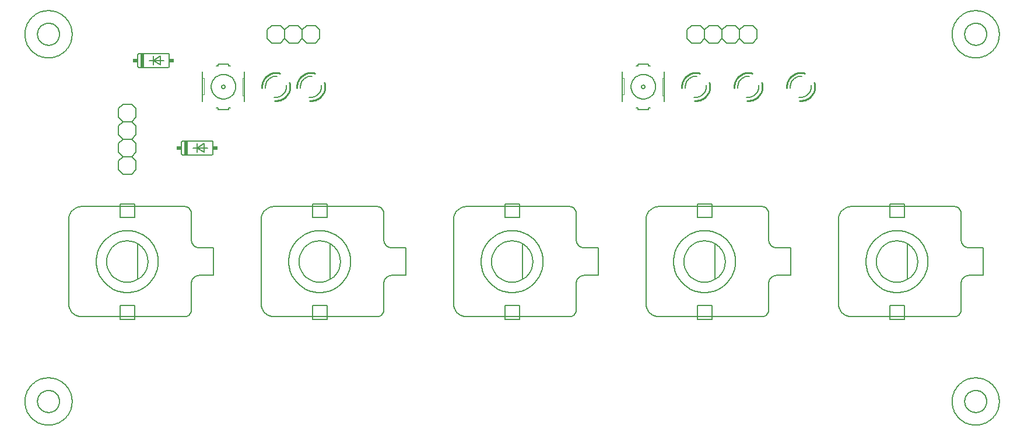
<source format=gto>
G75*
G70*
%OFA0B0*%
%FSLAX24Y24*%
%IPPOS*%
%LPD*%
%AMOC8*
5,1,8,0,0,1.08239X$1,22.5*
%
%ADD10C,0.0060*%
%ADD11C,0.0020*%
%ADD12C,0.0100*%
%ADD13R,0.0200X0.0800*%
%ADD14R,0.0250X0.0200*%
%ADD15C,0.0080*%
%ADD16C,0.0050*%
D10*
X001507Y002857D02*
X001509Y002930D01*
X001515Y003003D01*
X001525Y003075D01*
X001539Y003147D01*
X001556Y003218D01*
X001578Y003288D01*
X001603Y003357D01*
X001632Y003424D01*
X001664Y003489D01*
X001700Y003553D01*
X001740Y003615D01*
X001782Y003674D01*
X001828Y003731D01*
X001877Y003785D01*
X001929Y003837D01*
X001983Y003886D01*
X002040Y003932D01*
X002099Y003974D01*
X002161Y004014D01*
X002225Y004050D01*
X002290Y004082D01*
X002357Y004111D01*
X002426Y004136D01*
X002496Y004158D01*
X002567Y004175D01*
X002639Y004189D01*
X002711Y004199D01*
X002784Y004205D01*
X002857Y004207D01*
X002930Y004205D01*
X003003Y004199D01*
X003075Y004189D01*
X003147Y004175D01*
X003218Y004158D01*
X003288Y004136D01*
X003357Y004111D01*
X003424Y004082D01*
X003489Y004050D01*
X003553Y004014D01*
X003615Y003974D01*
X003674Y003932D01*
X003731Y003886D01*
X003785Y003837D01*
X003837Y003785D01*
X003886Y003731D01*
X003932Y003674D01*
X003974Y003615D01*
X004014Y003553D01*
X004050Y003489D01*
X004082Y003424D01*
X004111Y003357D01*
X004136Y003288D01*
X004158Y003218D01*
X004175Y003147D01*
X004189Y003075D01*
X004199Y003003D01*
X004205Y002930D01*
X004207Y002857D01*
X004205Y002784D01*
X004199Y002711D01*
X004189Y002639D01*
X004175Y002567D01*
X004158Y002496D01*
X004136Y002426D01*
X004111Y002357D01*
X004082Y002290D01*
X004050Y002225D01*
X004014Y002161D01*
X003974Y002099D01*
X003932Y002040D01*
X003886Y001983D01*
X003837Y001929D01*
X003785Y001877D01*
X003731Y001828D01*
X003674Y001782D01*
X003615Y001740D01*
X003553Y001700D01*
X003489Y001664D01*
X003424Y001632D01*
X003357Y001603D01*
X003288Y001578D01*
X003218Y001556D01*
X003147Y001539D01*
X003075Y001525D01*
X003003Y001515D01*
X002930Y001509D01*
X002857Y001507D01*
X002784Y001509D01*
X002711Y001515D01*
X002639Y001525D01*
X002567Y001539D01*
X002496Y001556D01*
X002426Y001578D01*
X002357Y001603D01*
X002290Y001632D01*
X002225Y001664D01*
X002161Y001700D01*
X002099Y001740D01*
X002040Y001782D01*
X001983Y001828D01*
X001929Y001877D01*
X001877Y001929D01*
X001828Y001983D01*
X001782Y002040D01*
X001740Y002099D01*
X001700Y002161D01*
X001664Y002225D01*
X001632Y002290D01*
X001603Y002357D01*
X001578Y002426D01*
X001556Y002496D01*
X001539Y002567D01*
X001525Y002639D01*
X001515Y002711D01*
X001509Y002784D01*
X001507Y002857D01*
X007107Y015857D02*
X006857Y016107D01*
X006857Y016607D01*
X007107Y016857D01*
X006857Y017107D01*
X006857Y017607D01*
X007107Y017857D01*
X006857Y018107D01*
X006857Y018607D01*
X007107Y018857D01*
X006857Y019107D01*
X006857Y019607D01*
X007107Y019857D01*
X007607Y019857D01*
X007857Y019607D01*
X007857Y019107D01*
X007607Y018857D01*
X007857Y018607D01*
X007857Y018107D01*
X007607Y017857D01*
X007107Y017857D01*
X007607Y017857D02*
X007857Y017607D01*
X007857Y017107D01*
X007607Y016857D01*
X007857Y016607D01*
X007857Y016107D01*
X007607Y015857D01*
X007107Y015857D01*
X007107Y016857D02*
X007607Y016857D01*
X010457Y017057D02*
X010457Y017657D01*
X010459Y017674D01*
X010463Y017691D01*
X010470Y017707D01*
X010480Y017721D01*
X010493Y017734D01*
X010507Y017744D01*
X010523Y017751D01*
X010540Y017755D01*
X010557Y017757D01*
X012157Y017757D01*
X012174Y017755D01*
X012191Y017751D01*
X012207Y017744D01*
X012221Y017734D01*
X012234Y017721D01*
X012244Y017707D01*
X012251Y017691D01*
X012255Y017674D01*
X012257Y017657D01*
X012257Y017057D01*
X012255Y017040D01*
X012251Y017023D01*
X012244Y017007D01*
X012234Y016993D01*
X012221Y016980D01*
X012207Y016970D01*
X012191Y016963D01*
X012174Y016959D01*
X012157Y016957D01*
X010557Y016957D01*
X010540Y016959D01*
X010523Y016963D01*
X010507Y016970D01*
X010493Y016980D01*
X010480Y016993D01*
X010470Y017007D01*
X010463Y017023D01*
X010459Y017040D01*
X010457Y017057D01*
X011107Y017357D02*
X011357Y017357D01*
X011357Y017107D01*
X011357Y017357D02*
X011357Y017607D01*
X011357Y017357D02*
X011757Y017607D01*
X011757Y017107D01*
X011357Y017357D01*
X011957Y017357D01*
X007607Y018857D02*
X007107Y018857D01*
X011657Y020007D02*
X011657Y020407D01*
X011657Y021357D01*
X011657Y021707D01*
X012457Y022057D02*
X012557Y022057D01*
X012557Y022157D01*
X013157Y022157D01*
X013157Y022057D01*
X013257Y022057D01*
X014057Y021707D02*
X014057Y021357D01*
X014057Y020357D01*
X014057Y020007D01*
X013257Y019657D02*
X013157Y019657D01*
X013157Y019557D01*
X012557Y019557D01*
X012557Y019657D01*
X012457Y019657D01*
X012757Y020857D02*
X012759Y020877D01*
X012765Y020895D01*
X012774Y020913D01*
X012786Y020928D01*
X012801Y020940D01*
X012819Y020949D01*
X012837Y020955D01*
X012857Y020957D01*
X012877Y020955D01*
X012895Y020949D01*
X012913Y020940D01*
X012928Y020928D01*
X012940Y020913D01*
X012949Y020895D01*
X012955Y020877D01*
X012957Y020857D01*
X012955Y020837D01*
X012949Y020819D01*
X012940Y020801D01*
X012928Y020786D01*
X012913Y020774D01*
X012895Y020765D01*
X012877Y020759D01*
X012857Y020757D01*
X012837Y020759D01*
X012819Y020765D01*
X012801Y020774D01*
X012786Y020786D01*
X012774Y020801D01*
X012765Y020819D01*
X012759Y020837D01*
X012757Y020857D01*
X012157Y020857D02*
X012159Y020909D01*
X012165Y020961D01*
X012175Y021013D01*
X012188Y021063D01*
X012205Y021113D01*
X012226Y021161D01*
X012251Y021207D01*
X012279Y021251D01*
X012310Y021293D01*
X012344Y021333D01*
X012381Y021370D01*
X012421Y021404D01*
X012463Y021435D01*
X012507Y021463D01*
X012553Y021488D01*
X012601Y021509D01*
X012651Y021526D01*
X012701Y021539D01*
X012753Y021549D01*
X012805Y021555D01*
X012857Y021557D01*
X012909Y021555D01*
X012961Y021549D01*
X013013Y021539D01*
X013063Y021526D01*
X013113Y021509D01*
X013161Y021488D01*
X013207Y021463D01*
X013251Y021435D01*
X013293Y021404D01*
X013333Y021370D01*
X013370Y021333D01*
X013404Y021293D01*
X013435Y021251D01*
X013463Y021207D01*
X013488Y021161D01*
X013509Y021113D01*
X013526Y021063D01*
X013539Y021013D01*
X013549Y020961D01*
X013555Y020909D01*
X013557Y020857D01*
X013555Y020805D01*
X013549Y020753D01*
X013539Y020701D01*
X013526Y020651D01*
X013509Y020601D01*
X013488Y020553D01*
X013463Y020507D01*
X013435Y020463D01*
X013404Y020421D01*
X013370Y020381D01*
X013333Y020344D01*
X013293Y020310D01*
X013251Y020279D01*
X013207Y020251D01*
X013161Y020226D01*
X013113Y020205D01*
X013063Y020188D01*
X013013Y020175D01*
X012961Y020165D01*
X012909Y020159D01*
X012857Y020157D01*
X012805Y020159D01*
X012753Y020165D01*
X012701Y020175D01*
X012651Y020188D01*
X012601Y020205D01*
X012553Y020226D01*
X012507Y020251D01*
X012463Y020279D01*
X012421Y020310D01*
X012381Y020344D01*
X012344Y020381D01*
X012310Y020421D01*
X012279Y020463D01*
X012251Y020507D01*
X012226Y020553D01*
X012205Y020601D01*
X012188Y020651D01*
X012175Y020701D01*
X012165Y020753D01*
X012159Y020805D01*
X012157Y020857D01*
X009757Y022057D02*
X009757Y022657D01*
X009755Y022674D01*
X009751Y022691D01*
X009744Y022707D01*
X009734Y022721D01*
X009721Y022734D01*
X009707Y022744D01*
X009691Y022751D01*
X009674Y022755D01*
X009657Y022757D01*
X008057Y022757D01*
X008040Y022755D01*
X008023Y022751D01*
X008007Y022744D01*
X007993Y022734D01*
X007980Y022721D01*
X007970Y022707D01*
X007963Y022691D01*
X007959Y022674D01*
X007957Y022657D01*
X007957Y022057D01*
X007959Y022040D01*
X007963Y022023D01*
X007970Y022007D01*
X007980Y021993D01*
X007993Y021980D01*
X008007Y021970D01*
X008023Y021963D01*
X008040Y021959D01*
X008057Y021957D01*
X009657Y021957D01*
X009674Y021959D01*
X009691Y021963D01*
X009707Y021970D01*
X009721Y021980D01*
X009734Y021993D01*
X009744Y022007D01*
X009751Y022023D01*
X009755Y022040D01*
X009757Y022057D01*
X009257Y022107D02*
X008857Y022357D01*
X008857Y022107D01*
X008857Y022357D02*
X008607Y022357D01*
X008857Y022357D02*
X008857Y022607D01*
X008857Y022357D02*
X009257Y022607D01*
X009257Y022107D01*
X009457Y022357D02*
X008857Y022357D01*
X001507Y023857D02*
X001509Y023930D01*
X001515Y024003D01*
X001525Y024075D01*
X001539Y024147D01*
X001556Y024218D01*
X001578Y024288D01*
X001603Y024357D01*
X001632Y024424D01*
X001664Y024489D01*
X001700Y024553D01*
X001740Y024615D01*
X001782Y024674D01*
X001828Y024731D01*
X001877Y024785D01*
X001929Y024837D01*
X001983Y024886D01*
X002040Y024932D01*
X002099Y024974D01*
X002161Y025014D01*
X002225Y025050D01*
X002290Y025082D01*
X002357Y025111D01*
X002426Y025136D01*
X002496Y025158D01*
X002567Y025175D01*
X002639Y025189D01*
X002711Y025199D01*
X002784Y025205D01*
X002857Y025207D01*
X002930Y025205D01*
X003003Y025199D01*
X003075Y025189D01*
X003147Y025175D01*
X003218Y025158D01*
X003288Y025136D01*
X003357Y025111D01*
X003424Y025082D01*
X003489Y025050D01*
X003553Y025014D01*
X003615Y024974D01*
X003674Y024932D01*
X003731Y024886D01*
X003785Y024837D01*
X003837Y024785D01*
X003886Y024731D01*
X003932Y024674D01*
X003974Y024615D01*
X004014Y024553D01*
X004050Y024489D01*
X004082Y024424D01*
X004111Y024357D01*
X004136Y024288D01*
X004158Y024218D01*
X004175Y024147D01*
X004189Y024075D01*
X004199Y024003D01*
X004205Y023930D01*
X004207Y023857D01*
X004205Y023784D01*
X004199Y023711D01*
X004189Y023639D01*
X004175Y023567D01*
X004158Y023496D01*
X004136Y023426D01*
X004111Y023357D01*
X004082Y023290D01*
X004050Y023225D01*
X004014Y023161D01*
X003974Y023099D01*
X003932Y023040D01*
X003886Y022983D01*
X003837Y022929D01*
X003785Y022877D01*
X003731Y022828D01*
X003674Y022782D01*
X003615Y022740D01*
X003553Y022700D01*
X003489Y022664D01*
X003424Y022632D01*
X003357Y022603D01*
X003288Y022578D01*
X003218Y022556D01*
X003147Y022539D01*
X003075Y022525D01*
X003003Y022515D01*
X002930Y022509D01*
X002857Y022507D01*
X002784Y022509D01*
X002711Y022515D01*
X002639Y022525D01*
X002567Y022539D01*
X002496Y022556D01*
X002426Y022578D01*
X002357Y022603D01*
X002290Y022632D01*
X002225Y022664D01*
X002161Y022700D01*
X002099Y022740D01*
X002040Y022782D01*
X001983Y022828D01*
X001929Y022877D01*
X001877Y022929D01*
X001828Y022983D01*
X001782Y023040D01*
X001740Y023099D01*
X001700Y023161D01*
X001664Y023225D01*
X001632Y023290D01*
X001603Y023357D01*
X001578Y023426D01*
X001556Y023496D01*
X001539Y023567D01*
X001525Y023639D01*
X001515Y023711D01*
X001509Y023784D01*
X001507Y023857D01*
X015357Y023607D02*
X015607Y023357D01*
X016107Y023357D01*
X016357Y023607D01*
X016357Y024107D01*
X016107Y024357D01*
X015607Y024357D01*
X015357Y024107D01*
X015357Y023607D01*
X016357Y023607D02*
X016607Y023357D01*
X017107Y023357D01*
X017357Y023607D01*
X017357Y024107D01*
X017107Y024357D01*
X016607Y024357D01*
X016357Y024107D01*
X017357Y024107D02*
X017607Y024357D01*
X018107Y024357D01*
X018357Y024107D01*
X018357Y023607D01*
X018107Y023357D01*
X017607Y023357D01*
X017357Y023607D01*
X017931Y021452D02*
X017886Y021456D01*
X017841Y021457D01*
X017795Y021454D01*
X017750Y021447D01*
X017706Y021438D01*
X017662Y021425D01*
X017620Y021408D01*
X017579Y021389D01*
X017539Y021366D01*
X017502Y021340D01*
X017466Y021312D01*
X017433Y021281D01*
X017758Y020265D02*
X017805Y020259D01*
X017853Y020257D01*
X017900Y020259D01*
X017948Y020264D01*
X017994Y020273D01*
X018040Y020286D01*
X018085Y020302D01*
X018128Y020322D01*
X018169Y020345D01*
X018209Y020371D01*
X018246Y020400D01*
X018281Y020433D01*
X017262Y020783D02*
X017258Y020828D01*
X017257Y020873D01*
X017260Y020919D01*
X017267Y020964D01*
X017276Y021008D01*
X017289Y021052D01*
X017306Y021094D01*
X017325Y021135D01*
X017348Y021175D01*
X017374Y021212D01*
X017402Y021248D01*
X017433Y021281D01*
X018451Y020942D02*
X018456Y020896D01*
X018457Y020849D01*
X018455Y020803D01*
X018449Y020757D01*
X018439Y020712D01*
X018426Y020667D01*
X018410Y020624D01*
X018390Y020582D01*
X018367Y020542D01*
X018342Y020503D01*
X018313Y020467D01*
X018281Y020433D01*
X015433Y021281D02*
X015402Y021248D01*
X015374Y021212D01*
X015348Y021175D01*
X015325Y021135D01*
X015306Y021094D01*
X015289Y021052D01*
X015276Y021008D01*
X015267Y020964D01*
X015260Y020919D01*
X015257Y020873D01*
X015258Y020828D01*
X015262Y020783D01*
X015433Y021281D02*
X015466Y021312D01*
X015502Y021340D01*
X015539Y021366D01*
X015579Y021389D01*
X015620Y021408D01*
X015662Y021425D01*
X015706Y021438D01*
X015750Y021447D01*
X015795Y021454D01*
X015841Y021457D01*
X015886Y021456D01*
X015931Y021452D01*
X016281Y020433D02*
X016246Y020400D01*
X016209Y020371D01*
X016169Y020345D01*
X016128Y020322D01*
X016085Y020302D01*
X016040Y020286D01*
X015994Y020273D01*
X015948Y020264D01*
X015900Y020259D01*
X015853Y020257D01*
X015805Y020259D01*
X015758Y020265D01*
X016281Y020433D02*
X016313Y020467D01*
X016342Y020503D01*
X016367Y020542D01*
X016390Y020582D01*
X016410Y020624D01*
X016426Y020667D01*
X016439Y020712D01*
X016449Y020757D01*
X016455Y020803D01*
X016457Y020849D01*
X016456Y020896D01*
X016451Y020942D01*
X035657Y021357D02*
X035657Y020407D01*
X035657Y020007D01*
X036457Y019657D02*
X036557Y019657D01*
X036557Y019557D01*
X037157Y019557D01*
X037157Y019657D01*
X037257Y019657D01*
X038057Y020007D02*
X038057Y020357D01*
X038057Y021357D01*
X038057Y021707D01*
X037257Y022057D02*
X037157Y022057D01*
X037157Y022157D01*
X036557Y022157D01*
X036557Y022057D01*
X036457Y022057D01*
X035657Y021707D02*
X035657Y021357D01*
X036757Y020857D02*
X036759Y020877D01*
X036765Y020895D01*
X036774Y020913D01*
X036786Y020928D01*
X036801Y020940D01*
X036819Y020949D01*
X036837Y020955D01*
X036857Y020957D01*
X036877Y020955D01*
X036895Y020949D01*
X036913Y020940D01*
X036928Y020928D01*
X036940Y020913D01*
X036949Y020895D01*
X036955Y020877D01*
X036957Y020857D01*
X036955Y020837D01*
X036949Y020819D01*
X036940Y020801D01*
X036928Y020786D01*
X036913Y020774D01*
X036895Y020765D01*
X036877Y020759D01*
X036857Y020757D01*
X036837Y020759D01*
X036819Y020765D01*
X036801Y020774D01*
X036786Y020786D01*
X036774Y020801D01*
X036765Y020819D01*
X036759Y020837D01*
X036757Y020857D01*
X036157Y020857D02*
X036159Y020909D01*
X036165Y020961D01*
X036175Y021013D01*
X036188Y021063D01*
X036205Y021113D01*
X036226Y021161D01*
X036251Y021207D01*
X036279Y021251D01*
X036310Y021293D01*
X036344Y021333D01*
X036381Y021370D01*
X036421Y021404D01*
X036463Y021435D01*
X036507Y021463D01*
X036553Y021488D01*
X036601Y021509D01*
X036651Y021526D01*
X036701Y021539D01*
X036753Y021549D01*
X036805Y021555D01*
X036857Y021557D01*
X036909Y021555D01*
X036961Y021549D01*
X037013Y021539D01*
X037063Y021526D01*
X037113Y021509D01*
X037161Y021488D01*
X037207Y021463D01*
X037251Y021435D01*
X037293Y021404D01*
X037333Y021370D01*
X037370Y021333D01*
X037404Y021293D01*
X037435Y021251D01*
X037463Y021207D01*
X037488Y021161D01*
X037509Y021113D01*
X037526Y021063D01*
X037539Y021013D01*
X037549Y020961D01*
X037555Y020909D01*
X037557Y020857D01*
X037555Y020805D01*
X037549Y020753D01*
X037539Y020701D01*
X037526Y020651D01*
X037509Y020601D01*
X037488Y020553D01*
X037463Y020507D01*
X037435Y020463D01*
X037404Y020421D01*
X037370Y020381D01*
X037333Y020344D01*
X037293Y020310D01*
X037251Y020279D01*
X037207Y020251D01*
X037161Y020226D01*
X037113Y020205D01*
X037063Y020188D01*
X037013Y020175D01*
X036961Y020165D01*
X036909Y020159D01*
X036857Y020157D01*
X036805Y020159D01*
X036753Y020165D01*
X036701Y020175D01*
X036651Y020188D01*
X036601Y020205D01*
X036553Y020226D01*
X036507Y020251D01*
X036463Y020279D01*
X036421Y020310D01*
X036381Y020344D01*
X036344Y020381D01*
X036310Y020421D01*
X036279Y020463D01*
X036251Y020507D01*
X036226Y020553D01*
X036205Y020601D01*
X036188Y020651D01*
X036175Y020701D01*
X036165Y020753D01*
X036159Y020805D01*
X036157Y020857D01*
X039433Y021281D02*
X039466Y021312D01*
X039502Y021340D01*
X039539Y021366D01*
X039579Y021389D01*
X039620Y021408D01*
X039662Y021425D01*
X039706Y021438D01*
X039750Y021447D01*
X039795Y021454D01*
X039841Y021457D01*
X039886Y021456D01*
X039931Y021452D01*
X040281Y020433D02*
X040246Y020400D01*
X040209Y020371D01*
X040169Y020345D01*
X040128Y020322D01*
X040085Y020302D01*
X040040Y020286D01*
X039994Y020273D01*
X039948Y020264D01*
X039900Y020259D01*
X039853Y020257D01*
X039805Y020259D01*
X039758Y020265D01*
X039262Y020783D02*
X039258Y020828D01*
X039257Y020873D01*
X039260Y020919D01*
X039267Y020964D01*
X039276Y021008D01*
X039289Y021052D01*
X039306Y021094D01*
X039325Y021135D01*
X039348Y021175D01*
X039374Y021212D01*
X039402Y021248D01*
X039433Y021281D01*
X040451Y020942D02*
X040456Y020896D01*
X040457Y020849D01*
X040455Y020803D01*
X040449Y020757D01*
X040439Y020712D01*
X040426Y020667D01*
X040410Y020624D01*
X040390Y020582D01*
X040367Y020542D01*
X040342Y020503D01*
X040313Y020467D01*
X040281Y020433D01*
X042433Y021281D02*
X042466Y021312D01*
X042502Y021340D01*
X042539Y021366D01*
X042579Y021389D01*
X042620Y021408D01*
X042662Y021425D01*
X042706Y021438D01*
X042750Y021447D01*
X042795Y021454D01*
X042841Y021457D01*
X042886Y021456D01*
X042931Y021452D01*
X043281Y020433D02*
X043246Y020400D01*
X043209Y020371D01*
X043169Y020345D01*
X043128Y020322D01*
X043085Y020302D01*
X043040Y020286D01*
X042994Y020273D01*
X042948Y020264D01*
X042900Y020259D01*
X042853Y020257D01*
X042805Y020259D01*
X042758Y020265D01*
X042262Y020783D02*
X042258Y020828D01*
X042257Y020873D01*
X042260Y020919D01*
X042267Y020964D01*
X042276Y021008D01*
X042289Y021052D01*
X042306Y021094D01*
X042325Y021135D01*
X042348Y021175D01*
X042374Y021212D01*
X042402Y021248D01*
X042433Y021281D01*
X043451Y020942D02*
X043456Y020896D01*
X043457Y020849D01*
X043455Y020803D01*
X043449Y020757D01*
X043439Y020712D01*
X043426Y020667D01*
X043410Y020624D01*
X043390Y020582D01*
X043367Y020542D01*
X043342Y020503D01*
X043313Y020467D01*
X043281Y020433D01*
X045433Y021281D02*
X045466Y021312D01*
X045502Y021340D01*
X045539Y021366D01*
X045579Y021389D01*
X045620Y021408D01*
X045662Y021425D01*
X045706Y021438D01*
X045750Y021447D01*
X045795Y021454D01*
X045841Y021457D01*
X045886Y021456D01*
X045931Y021452D01*
X046281Y020433D02*
X046246Y020400D01*
X046209Y020371D01*
X046169Y020345D01*
X046128Y020322D01*
X046085Y020302D01*
X046040Y020286D01*
X045994Y020273D01*
X045948Y020264D01*
X045900Y020259D01*
X045853Y020257D01*
X045805Y020259D01*
X045758Y020265D01*
X045262Y020783D02*
X045258Y020828D01*
X045257Y020873D01*
X045260Y020919D01*
X045267Y020964D01*
X045276Y021008D01*
X045289Y021052D01*
X045306Y021094D01*
X045325Y021135D01*
X045348Y021175D01*
X045374Y021212D01*
X045402Y021248D01*
X045433Y021281D01*
X046451Y020942D02*
X046456Y020896D01*
X046457Y020849D01*
X046455Y020803D01*
X046449Y020757D01*
X046439Y020712D01*
X046426Y020667D01*
X046410Y020624D01*
X046390Y020582D01*
X046367Y020542D01*
X046342Y020503D01*
X046313Y020467D01*
X046281Y020433D01*
X043107Y023357D02*
X043357Y023607D01*
X043357Y024107D01*
X043107Y024357D01*
X042607Y024357D01*
X042357Y024107D01*
X042107Y024357D01*
X041607Y024357D01*
X041357Y024107D01*
X041357Y023607D01*
X041607Y023357D01*
X042107Y023357D01*
X042357Y023607D01*
X042357Y024107D01*
X042357Y023607D02*
X042607Y023357D01*
X043107Y023357D01*
X041357Y023607D02*
X041107Y023357D01*
X040607Y023357D01*
X040357Y023607D01*
X040107Y023357D01*
X039607Y023357D01*
X039357Y023607D01*
X039357Y024107D01*
X039607Y024357D01*
X040107Y024357D01*
X040357Y024107D01*
X040607Y024357D01*
X041107Y024357D01*
X041357Y024107D01*
X040357Y024107D02*
X040357Y023607D01*
X054507Y023857D02*
X054509Y023930D01*
X054515Y024003D01*
X054525Y024075D01*
X054539Y024147D01*
X054556Y024218D01*
X054578Y024288D01*
X054603Y024357D01*
X054632Y024424D01*
X054664Y024489D01*
X054700Y024553D01*
X054740Y024615D01*
X054782Y024674D01*
X054828Y024731D01*
X054877Y024785D01*
X054929Y024837D01*
X054983Y024886D01*
X055040Y024932D01*
X055099Y024974D01*
X055161Y025014D01*
X055225Y025050D01*
X055290Y025082D01*
X055357Y025111D01*
X055426Y025136D01*
X055496Y025158D01*
X055567Y025175D01*
X055639Y025189D01*
X055711Y025199D01*
X055784Y025205D01*
X055857Y025207D01*
X055930Y025205D01*
X056003Y025199D01*
X056075Y025189D01*
X056147Y025175D01*
X056218Y025158D01*
X056288Y025136D01*
X056357Y025111D01*
X056424Y025082D01*
X056489Y025050D01*
X056553Y025014D01*
X056615Y024974D01*
X056674Y024932D01*
X056731Y024886D01*
X056785Y024837D01*
X056837Y024785D01*
X056886Y024731D01*
X056932Y024674D01*
X056974Y024615D01*
X057014Y024553D01*
X057050Y024489D01*
X057082Y024424D01*
X057111Y024357D01*
X057136Y024288D01*
X057158Y024218D01*
X057175Y024147D01*
X057189Y024075D01*
X057199Y024003D01*
X057205Y023930D01*
X057207Y023857D01*
X057205Y023784D01*
X057199Y023711D01*
X057189Y023639D01*
X057175Y023567D01*
X057158Y023496D01*
X057136Y023426D01*
X057111Y023357D01*
X057082Y023290D01*
X057050Y023225D01*
X057014Y023161D01*
X056974Y023099D01*
X056932Y023040D01*
X056886Y022983D01*
X056837Y022929D01*
X056785Y022877D01*
X056731Y022828D01*
X056674Y022782D01*
X056615Y022740D01*
X056553Y022700D01*
X056489Y022664D01*
X056424Y022632D01*
X056357Y022603D01*
X056288Y022578D01*
X056218Y022556D01*
X056147Y022539D01*
X056075Y022525D01*
X056003Y022515D01*
X055930Y022509D01*
X055857Y022507D01*
X055784Y022509D01*
X055711Y022515D01*
X055639Y022525D01*
X055567Y022539D01*
X055496Y022556D01*
X055426Y022578D01*
X055357Y022603D01*
X055290Y022632D01*
X055225Y022664D01*
X055161Y022700D01*
X055099Y022740D01*
X055040Y022782D01*
X054983Y022828D01*
X054929Y022877D01*
X054877Y022929D01*
X054828Y022983D01*
X054782Y023040D01*
X054740Y023099D01*
X054700Y023161D01*
X054664Y023225D01*
X054632Y023290D01*
X054603Y023357D01*
X054578Y023426D01*
X054556Y023496D01*
X054539Y023567D01*
X054525Y023639D01*
X054515Y023711D01*
X054509Y023784D01*
X054507Y023857D01*
X054507Y002857D02*
X054509Y002930D01*
X054515Y003003D01*
X054525Y003075D01*
X054539Y003147D01*
X054556Y003218D01*
X054578Y003288D01*
X054603Y003357D01*
X054632Y003424D01*
X054664Y003489D01*
X054700Y003553D01*
X054740Y003615D01*
X054782Y003674D01*
X054828Y003731D01*
X054877Y003785D01*
X054929Y003837D01*
X054983Y003886D01*
X055040Y003932D01*
X055099Y003974D01*
X055161Y004014D01*
X055225Y004050D01*
X055290Y004082D01*
X055357Y004111D01*
X055426Y004136D01*
X055496Y004158D01*
X055567Y004175D01*
X055639Y004189D01*
X055711Y004199D01*
X055784Y004205D01*
X055857Y004207D01*
X055930Y004205D01*
X056003Y004199D01*
X056075Y004189D01*
X056147Y004175D01*
X056218Y004158D01*
X056288Y004136D01*
X056357Y004111D01*
X056424Y004082D01*
X056489Y004050D01*
X056553Y004014D01*
X056615Y003974D01*
X056674Y003932D01*
X056731Y003886D01*
X056785Y003837D01*
X056837Y003785D01*
X056886Y003731D01*
X056932Y003674D01*
X056974Y003615D01*
X057014Y003553D01*
X057050Y003489D01*
X057082Y003424D01*
X057111Y003357D01*
X057136Y003288D01*
X057158Y003218D01*
X057175Y003147D01*
X057189Y003075D01*
X057199Y003003D01*
X057205Y002930D01*
X057207Y002857D01*
X057205Y002784D01*
X057199Y002711D01*
X057189Y002639D01*
X057175Y002567D01*
X057158Y002496D01*
X057136Y002426D01*
X057111Y002357D01*
X057082Y002290D01*
X057050Y002225D01*
X057014Y002161D01*
X056974Y002099D01*
X056932Y002040D01*
X056886Y001983D01*
X056837Y001929D01*
X056785Y001877D01*
X056731Y001828D01*
X056674Y001782D01*
X056615Y001740D01*
X056553Y001700D01*
X056489Y001664D01*
X056424Y001632D01*
X056357Y001603D01*
X056288Y001578D01*
X056218Y001556D01*
X056147Y001539D01*
X056075Y001525D01*
X056003Y001515D01*
X055930Y001509D01*
X055857Y001507D01*
X055784Y001509D01*
X055711Y001515D01*
X055639Y001525D01*
X055567Y001539D01*
X055496Y001556D01*
X055426Y001578D01*
X055357Y001603D01*
X055290Y001632D01*
X055225Y001664D01*
X055161Y001700D01*
X055099Y001740D01*
X055040Y001782D01*
X054983Y001828D01*
X054929Y001877D01*
X054877Y001929D01*
X054828Y001983D01*
X054782Y002040D01*
X054740Y002099D01*
X054700Y002161D01*
X054664Y002225D01*
X054632Y002290D01*
X054603Y002357D01*
X054578Y002426D01*
X054556Y002496D01*
X054539Y002567D01*
X054525Y002639D01*
X054515Y002711D01*
X054509Y002784D01*
X054507Y002857D01*
D11*
X038057Y020357D02*
X037957Y020357D01*
X037957Y021357D01*
X038057Y021357D01*
X035757Y021357D02*
X035757Y020407D01*
X035657Y020407D01*
X035657Y021357D02*
X035757Y021357D01*
X014057Y021357D02*
X013957Y021357D01*
X013957Y020357D01*
X014057Y020357D01*
X011757Y020407D02*
X011657Y020407D01*
X011757Y020407D02*
X011757Y021357D01*
X011657Y021357D01*
D12*
X016423Y020291D02*
X016460Y020331D01*
X016494Y020373D01*
X016525Y020417D01*
X016553Y020463D01*
X016578Y020511D01*
X016600Y020560D01*
X016618Y020611D01*
X016633Y020663D01*
X016644Y020716D01*
X016652Y020769D01*
X016656Y020823D01*
X016657Y020877D01*
X016654Y020931D01*
X016647Y020985D01*
X016636Y021038D01*
X016622Y021090D01*
X016067Y021629D02*
X016013Y021642D01*
X015958Y021651D01*
X015902Y021656D01*
X015846Y021657D01*
X015790Y021654D01*
X015734Y021647D01*
X015679Y021637D01*
X015625Y021623D01*
X015572Y021604D01*
X015520Y021583D01*
X015470Y021557D01*
X015422Y021528D01*
X015376Y021496D01*
X015332Y021461D01*
X015291Y021423D01*
X015785Y020060D02*
X015838Y020057D01*
X015892Y020058D01*
X015946Y020062D01*
X015999Y020070D01*
X016052Y020081D01*
X016104Y020096D01*
X016155Y020114D01*
X016204Y020136D01*
X016252Y020161D01*
X016298Y020189D01*
X016342Y020220D01*
X016383Y020254D01*
X016423Y020291D01*
X015060Y020791D02*
X015057Y020844D01*
X015058Y020897D01*
X015062Y020951D01*
X015071Y021003D01*
X015082Y021056D01*
X015097Y021107D01*
X015115Y021157D01*
X015137Y021206D01*
X015162Y021253D01*
X015190Y021299D01*
X015221Y021342D01*
X015255Y021384D01*
X015291Y021423D01*
X018423Y020291D02*
X018460Y020331D01*
X018494Y020373D01*
X018525Y020417D01*
X018553Y020463D01*
X018578Y020511D01*
X018600Y020560D01*
X018618Y020611D01*
X018633Y020663D01*
X018644Y020716D01*
X018652Y020769D01*
X018656Y020823D01*
X018657Y020877D01*
X018654Y020931D01*
X018647Y020985D01*
X018636Y021038D01*
X018622Y021090D01*
X018067Y021629D02*
X018013Y021642D01*
X017958Y021651D01*
X017902Y021656D01*
X017846Y021657D01*
X017790Y021654D01*
X017734Y021647D01*
X017679Y021637D01*
X017625Y021623D01*
X017572Y021604D01*
X017520Y021583D01*
X017470Y021557D01*
X017422Y021528D01*
X017376Y021496D01*
X017332Y021461D01*
X017291Y021423D01*
X017785Y020060D02*
X017838Y020057D01*
X017892Y020058D01*
X017946Y020062D01*
X017999Y020070D01*
X018052Y020081D01*
X018104Y020096D01*
X018155Y020114D01*
X018204Y020136D01*
X018252Y020161D01*
X018298Y020189D01*
X018342Y020220D01*
X018383Y020254D01*
X018423Y020291D01*
X017060Y020791D02*
X017057Y020844D01*
X017058Y020897D01*
X017062Y020951D01*
X017071Y021003D01*
X017082Y021056D01*
X017097Y021107D01*
X017115Y021157D01*
X017137Y021206D01*
X017162Y021253D01*
X017190Y021299D01*
X017221Y021342D01*
X017255Y021384D01*
X017291Y021423D01*
X040423Y020291D02*
X040460Y020331D01*
X040494Y020373D01*
X040525Y020417D01*
X040553Y020463D01*
X040578Y020511D01*
X040600Y020560D01*
X040618Y020611D01*
X040633Y020663D01*
X040644Y020716D01*
X040652Y020769D01*
X040656Y020823D01*
X040657Y020877D01*
X040654Y020931D01*
X040647Y020985D01*
X040636Y021038D01*
X040622Y021090D01*
X040067Y021629D02*
X040013Y021642D01*
X039958Y021651D01*
X039902Y021656D01*
X039846Y021657D01*
X039790Y021654D01*
X039734Y021647D01*
X039679Y021637D01*
X039625Y021623D01*
X039572Y021604D01*
X039520Y021583D01*
X039470Y021557D01*
X039422Y021528D01*
X039376Y021496D01*
X039332Y021461D01*
X039291Y021423D01*
X039785Y020060D02*
X039838Y020057D01*
X039892Y020058D01*
X039946Y020062D01*
X039999Y020070D01*
X040052Y020081D01*
X040104Y020096D01*
X040155Y020114D01*
X040204Y020136D01*
X040252Y020161D01*
X040298Y020189D01*
X040342Y020220D01*
X040383Y020254D01*
X040423Y020291D01*
X039060Y020791D02*
X039057Y020844D01*
X039058Y020897D01*
X039062Y020951D01*
X039071Y021003D01*
X039082Y021056D01*
X039097Y021107D01*
X039115Y021157D01*
X039137Y021206D01*
X039162Y021253D01*
X039190Y021299D01*
X039221Y021342D01*
X039255Y021384D01*
X039291Y021423D01*
X043423Y020291D02*
X043460Y020331D01*
X043494Y020373D01*
X043525Y020417D01*
X043553Y020463D01*
X043578Y020511D01*
X043600Y020560D01*
X043618Y020611D01*
X043633Y020663D01*
X043644Y020716D01*
X043652Y020769D01*
X043656Y020823D01*
X043657Y020877D01*
X043654Y020931D01*
X043647Y020985D01*
X043636Y021038D01*
X043622Y021090D01*
X043067Y021629D02*
X043013Y021642D01*
X042958Y021651D01*
X042902Y021656D01*
X042846Y021657D01*
X042790Y021654D01*
X042734Y021647D01*
X042679Y021637D01*
X042625Y021623D01*
X042572Y021604D01*
X042520Y021583D01*
X042470Y021557D01*
X042422Y021528D01*
X042376Y021496D01*
X042332Y021461D01*
X042291Y021423D01*
X042785Y020060D02*
X042838Y020057D01*
X042892Y020058D01*
X042946Y020062D01*
X042999Y020070D01*
X043052Y020081D01*
X043104Y020096D01*
X043155Y020114D01*
X043204Y020136D01*
X043252Y020161D01*
X043298Y020189D01*
X043342Y020220D01*
X043383Y020254D01*
X043423Y020291D01*
X042060Y020791D02*
X042057Y020844D01*
X042058Y020897D01*
X042062Y020951D01*
X042071Y021003D01*
X042082Y021056D01*
X042097Y021107D01*
X042115Y021157D01*
X042137Y021206D01*
X042162Y021253D01*
X042190Y021299D01*
X042221Y021342D01*
X042255Y021384D01*
X042291Y021423D01*
X046423Y020291D02*
X046460Y020331D01*
X046494Y020373D01*
X046525Y020417D01*
X046553Y020463D01*
X046578Y020511D01*
X046600Y020560D01*
X046618Y020611D01*
X046633Y020663D01*
X046644Y020716D01*
X046652Y020769D01*
X046656Y020823D01*
X046657Y020877D01*
X046654Y020931D01*
X046647Y020985D01*
X046636Y021038D01*
X046622Y021090D01*
X046067Y021629D02*
X046013Y021642D01*
X045958Y021651D01*
X045902Y021656D01*
X045846Y021657D01*
X045790Y021654D01*
X045734Y021647D01*
X045679Y021637D01*
X045625Y021623D01*
X045572Y021604D01*
X045520Y021583D01*
X045470Y021557D01*
X045422Y021528D01*
X045376Y021496D01*
X045332Y021461D01*
X045291Y021423D01*
X045785Y020060D02*
X045838Y020057D01*
X045892Y020058D01*
X045946Y020062D01*
X045999Y020070D01*
X046052Y020081D01*
X046104Y020096D01*
X046155Y020114D01*
X046204Y020136D01*
X046252Y020161D01*
X046298Y020189D01*
X046342Y020220D01*
X046383Y020254D01*
X046423Y020291D01*
X045060Y020791D02*
X045057Y020844D01*
X045058Y020897D01*
X045062Y020951D01*
X045071Y021003D01*
X045082Y021056D01*
X045097Y021107D01*
X045115Y021157D01*
X045137Y021206D01*
X045162Y021253D01*
X045190Y021299D01*
X045221Y021342D01*
X045255Y021384D01*
X045291Y021423D01*
D13*
X010707Y017357D03*
X008207Y022357D03*
D14*
X007832Y022357D03*
X009882Y022357D03*
X010332Y017357D03*
X012382Y017357D03*
D15*
X002227Y002857D02*
X002229Y002907D01*
X002235Y002957D01*
X002245Y003006D01*
X002259Y003054D01*
X002276Y003101D01*
X002297Y003146D01*
X002322Y003190D01*
X002350Y003231D01*
X002382Y003270D01*
X002416Y003307D01*
X002453Y003341D01*
X002493Y003371D01*
X002535Y003398D01*
X002579Y003422D01*
X002625Y003443D01*
X002672Y003459D01*
X002720Y003472D01*
X002770Y003481D01*
X002819Y003486D01*
X002870Y003487D01*
X002920Y003484D01*
X002969Y003477D01*
X003018Y003466D01*
X003066Y003451D01*
X003112Y003433D01*
X003157Y003411D01*
X003200Y003385D01*
X003241Y003356D01*
X003280Y003324D01*
X003316Y003289D01*
X003348Y003251D01*
X003378Y003211D01*
X003405Y003168D01*
X003428Y003124D01*
X003447Y003078D01*
X003463Y003030D01*
X003475Y002981D01*
X003483Y002932D01*
X003487Y002882D01*
X003487Y002832D01*
X003483Y002782D01*
X003475Y002733D01*
X003463Y002684D01*
X003447Y002636D01*
X003428Y002590D01*
X003405Y002546D01*
X003378Y002503D01*
X003348Y002463D01*
X003316Y002425D01*
X003280Y002390D01*
X003241Y002358D01*
X003200Y002329D01*
X003157Y002303D01*
X003112Y002281D01*
X003066Y002263D01*
X003018Y002248D01*
X002969Y002237D01*
X002920Y002230D01*
X002870Y002227D01*
X002819Y002228D01*
X002770Y002233D01*
X002720Y002242D01*
X002672Y002255D01*
X002625Y002271D01*
X002579Y002292D01*
X002535Y002316D01*
X002493Y002343D01*
X002453Y002373D01*
X002416Y002407D01*
X002382Y002444D01*
X002350Y002483D01*
X002322Y002524D01*
X002297Y002568D01*
X002276Y002613D01*
X002259Y002660D01*
X002245Y002708D01*
X002235Y002757D01*
X002229Y002807D01*
X002227Y002857D01*
X002227Y023857D02*
X002229Y023907D01*
X002235Y023957D01*
X002245Y024006D01*
X002259Y024054D01*
X002276Y024101D01*
X002297Y024146D01*
X002322Y024190D01*
X002350Y024231D01*
X002382Y024270D01*
X002416Y024307D01*
X002453Y024341D01*
X002493Y024371D01*
X002535Y024398D01*
X002579Y024422D01*
X002625Y024443D01*
X002672Y024459D01*
X002720Y024472D01*
X002770Y024481D01*
X002819Y024486D01*
X002870Y024487D01*
X002920Y024484D01*
X002969Y024477D01*
X003018Y024466D01*
X003066Y024451D01*
X003112Y024433D01*
X003157Y024411D01*
X003200Y024385D01*
X003241Y024356D01*
X003280Y024324D01*
X003316Y024289D01*
X003348Y024251D01*
X003378Y024211D01*
X003405Y024168D01*
X003428Y024124D01*
X003447Y024078D01*
X003463Y024030D01*
X003475Y023981D01*
X003483Y023932D01*
X003487Y023882D01*
X003487Y023832D01*
X003483Y023782D01*
X003475Y023733D01*
X003463Y023684D01*
X003447Y023636D01*
X003428Y023590D01*
X003405Y023546D01*
X003378Y023503D01*
X003348Y023463D01*
X003316Y023425D01*
X003280Y023390D01*
X003241Y023358D01*
X003200Y023329D01*
X003157Y023303D01*
X003112Y023281D01*
X003066Y023263D01*
X003018Y023248D01*
X002969Y023237D01*
X002920Y023230D01*
X002870Y023227D01*
X002819Y023228D01*
X002770Y023233D01*
X002720Y023242D01*
X002672Y023255D01*
X002625Y023271D01*
X002579Y023292D01*
X002535Y023316D01*
X002493Y023343D01*
X002453Y023373D01*
X002416Y023407D01*
X002382Y023444D01*
X002350Y023483D01*
X002322Y023524D01*
X002297Y023568D01*
X002276Y023613D01*
X002259Y023660D01*
X002245Y023708D01*
X002235Y023757D01*
X002229Y023807D01*
X002227Y023857D01*
X055227Y023857D02*
X055229Y023907D01*
X055235Y023957D01*
X055245Y024006D01*
X055259Y024054D01*
X055276Y024101D01*
X055297Y024146D01*
X055322Y024190D01*
X055350Y024231D01*
X055382Y024270D01*
X055416Y024307D01*
X055453Y024341D01*
X055493Y024371D01*
X055535Y024398D01*
X055579Y024422D01*
X055625Y024443D01*
X055672Y024459D01*
X055720Y024472D01*
X055770Y024481D01*
X055819Y024486D01*
X055870Y024487D01*
X055920Y024484D01*
X055969Y024477D01*
X056018Y024466D01*
X056066Y024451D01*
X056112Y024433D01*
X056157Y024411D01*
X056200Y024385D01*
X056241Y024356D01*
X056280Y024324D01*
X056316Y024289D01*
X056348Y024251D01*
X056378Y024211D01*
X056405Y024168D01*
X056428Y024124D01*
X056447Y024078D01*
X056463Y024030D01*
X056475Y023981D01*
X056483Y023932D01*
X056487Y023882D01*
X056487Y023832D01*
X056483Y023782D01*
X056475Y023733D01*
X056463Y023684D01*
X056447Y023636D01*
X056428Y023590D01*
X056405Y023546D01*
X056378Y023503D01*
X056348Y023463D01*
X056316Y023425D01*
X056280Y023390D01*
X056241Y023358D01*
X056200Y023329D01*
X056157Y023303D01*
X056112Y023281D01*
X056066Y023263D01*
X056018Y023248D01*
X055969Y023237D01*
X055920Y023230D01*
X055870Y023227D01*
X055819Y023228D01*
X055770Y023233D01*
X055720Y023242D01*
X055672Y023255D01*
X055625Y023271D01*
X055579Y023292D01*
X055535Y023316D01*
X055493Y023343D01*
X055453Y023373D01*
X055416Y023407D01*
X055382Y023444D01*
X055350Y023483D01*
X055322Y023524D01*
X055297Y023568D01*
X055276Y023613D01*
X055259Y023660D01*
X055245Y023708D01*
X055235Y023757D01*
X055229Y023807D01*
X055227Y023857D01*
X055227Y002857D02*
X055229Y002907D01*
X055235Y002957D01*
X055245Y003006D01*
X055259Y003054D01*
X055276Y003101D01*
X055297Y003146D01*
X055322Y003190D01*
X055350Y003231D01*
X055382Y003270D01*
X055416Y003307D01*
X055453Y003341D01*
X055493Y003371D01*
X055535Y003398D01*
X055579Y003422D01*
X055625Y003443D01*
X055672Y003459D01*
X055720Y003472D01*
X055770Y003481D01*
X055819Y003486D01*
X055870Y003487D01*
X055920Y003484D01*
X055969Y003477D01*
X056018Y003466D01*
X056066Y003451D01*
X056112Y003433D01*
X056157Y003411D01*
X056200Y003385D01*
X056241Y003356D01*
X056280Y003324D01*
X056316Y003289D01*
X056348Y003251D01*
X056378Y003211D01*
X056405Y003168D01*
X056428Y003124D01*
X056447Y003078D01*
X056463Y003030D01*
X056475Y002981D01*
X056483Y002932D01*
X056487Y002882D01*
X056487Y002832D01*
X056483Y002782D01*
X056475Y002733D01*
X056463Y002684D01*
X056447Y002636D01*
X056428Y002590D01*
X056405Y002546D01*
X056378Y002503D01*
X056348Y002463D01*
X056316Y002425D01*
X056280Y002390D01*
X056241Y002358D01*
X056200Y002329D01*
X056157Y002303D01*
X056112Y002281D01*
X056066Y002263D01*
X056018Y002248D01*
X055969Y002237D01*
X055920Y002230D01*
X055870Y002227D01*
X055819Y002228D01*
X055770Y002233D01*
X055720Y002242D01*
X055672Y002255D01*
X055625Y002271D01*
X055579Y002292D01*
X055535Y002316D01*
X055493Y002343D01*
X055453Y002373D01*
X055416Y002407D01*
X055382Y002444D01*
X055350Y002483D01*
X055322Y002524D01*
X055297Y002568D01*
X055276Y002613D01*
X055259Y002660D01*
X055245Y002708D01*
X055235Y002757D01*
X055229Y002807D01*
X055227Y002857D01*
D16*
X054624Y007707D02*
X048758Y007707D01*
X048705Y007709D01*
X048652Y007715D01*
X048599Y007724D01*
X048547Y007737D01*
X048497Y007754D01*
X048447Y007775D01*
X048400Y007798D01*
X048354Y007826D01*
X048310Y007856D01*
X048268Y007890D01*
X048229Y007926D01*
X048193Y007965D01*
X048159Y008007D01*
X048129Y008051D01*
X048101Y008097D01*
X048078Y008144D01*
X048057Y008194D01*
X048040Y008244D01*
X048027Y008296D01*
X048018Y008349D01*
X048012Y008402D01*
X048010Y008455D01*
X048010Y008888D01*
X048010Y008455D02*
X048010Y013258D01*
X048012Y013311D01*
X048018Y013364D01*
X048027Y013417D01*
X048040Y013469D01*
X048057Y013519D01*
X048078Y013569D01*
X048101Y013616D01*
X048129Y013662D01*
X048159Y013706D01*
X048193Y013748D01*
X048229Y013787D01*
X048268Y013823D01*
X048310Y013857D01*
X048354Y013887D01*
X048400Y013915D01*
X048447Y013938D01*
X048497Y013959D01*
X048547Y013976D01*
X048599Y013989D01*
X048652Y013998D01*
X048705Y014004D01*
X048758Y014006D01*
X054624Y014006D01*
X054624Y014007D02*
X054663Y014005D01*
X054701Y013999D01*
X054738Y013990D01*
X054775Y013977D01*
X054810Y013960D01*
X054843Y013941D01*
X054874Y013918D01*
X054903Y013892D01*
X054929Y013863D01*
X054952Y013832D01*
X054971Y013799D01*
X054988Y013764D01*
X055001Y013727D01*
X055010Y013690D01*
X055016Y013652D01*
X055018Y013613D01*
X055018Y012117D01*
X055019Y012117D02*
X055021Y012076D01*
X055026Y012035D01*
X055035Y011995D01*
X055047Y011956D01*
X055063Y011918D01*
X055082Y011881D01*
X055104Y011846D01*
X055129Y011814D01*
X055157Y011783D01*
X055188Y011755D01*
X055220Y011730D01*
X055255Y011708D01*
X055292Y011689D01*
X055330Y011673D01*
X055369Y011661D01*
X055409Y011652D01*
X055450Y011647D01*
X055491Y011645D01*
X055491Y011644D02*
X056278Y011644D01*
X056278Y010069D01*
X055491Y010069D01*
X055450Y010067D01*
X055409Y010062D01*
X055369Y010053D01*
X055330Y010041D01*
X055292Y010025D01*
X055255Y010006D01*
X055220Y009984D01*
X055188Y009959D01*
X055157Y009931D01*
X055129Y009900D01*
X055104Y009868D01*
X055082Y009833D01*
X055063Y009796D01*
X055047Y009758D01*
X055035Y009719D01*
X055026Y009679D01*
X055021Y009638D01*
X055019Y009597D01*
X055018Y009597D02*
X055018Y008101D01*
X055016Y008062D01*
X055010Y008024D01*
X055001Y007987D01*
X054988Y007950D01*
X054971Y007915D01*
X054952Y007882D01*
X054929Y007851D01*
X054903Y007822D01*
X054874Y007796D01*
X054843Y007773D01*
X054810Y007754D01*
X054775Y007737D01*
X054738Y007724D01*
X054701Y007715D01*
X054663Y007709D01*
X054624Y007707D01*
X051770Y007550D02*
X051770Y008337D01*
X050943Y008337D01*
X050943Y007550D01*
X051770Y007550D01*
X051947Y009872D02*
X051947Y011841D01*
X050176Y010857D02*
X050178Y010926D01*
X050184Y010994D01*
X050194Y011062D01*
X050208Y011129D01*
X050226Y011196D01*
X050247Y011261D01*
X050273Y011325D01*
X050302Y011387D01*
X050334Y011447D01*
X050370Y011506D01*
X050410Y011562D01*
X050452Y011616D01*
X050498Y011667D01*
X050547Y011716D01*
X050598Y011762D01*
X050652Y011804D01*
X050708Y011844D01*
X050766Y011880D01*
X050827Y011912D01*
X050889Y011941D01*
X050953Y011967D01*
X051018Y011988D01*
X051085Y012006D01*
X051152Y012020D01*
X051220Y012030D01*
X051288Y012036D01*
X051357Y012038D01*
X051426Y012036D01*
X051494Y012030D01*
X051562Y012020D01*
X051629Y012006D01*
X051696Y011988D01*
X051761Y011967D01*
X051825Y011941D01*
X051887Y011912D01*
X051947Y011880D01*
X052006Y011844D01*
X052062Y011804D01*
X052116Y011762D01*
X052167Y011716D01*
X052216Y011667D01*
X052262Y011616D01*
X052304Y011562D01*
X052344Y011506D01*
X052380Y011447D01*
X052412Y011387D01*
X052441Y011325D01*
X052467Y011261D01*
X052488Y011196D01*
X052506Y011129D01*
X052520Y011062D01*
X052530Y010994D01*
X052536Y010926D01*
X052538Y010857D01*
X052536Y010788D01*
X052530Y010720D01*
X052520Y010652D01*
X052506Y010585D01*
X052488Y010518D01*
X052467Y010453D01*
X052441Y010389D01*
X052412Y010327D01*
X052380Y010266D01*
X052344Y010208D01*
X052304Y010152D01*
X052262Y010098D01*
X052216Y010047D01*
X052167Y009998D01*
X052116Y009952D01*
X052062Y009910D01*
X052006Y009870D01*
X051948Y009834D01*
X051887Y009802D01*
X051825Y009773D01*
X051761Y009747D01*
X051696Y009726D01*
X051629Y009708D01*
X051562Y009694D01*
X051494Y009684D01*
X051426Y009678D01*
X051357Y009676D01*
X051288Y009678D01*
X051220Y009684D01*
X051152Y009694D01*
X051085Y009708D01*
X051018Y009726D01*
X050953Y009747D01*
X050889Y009773D01*
X050827Y009802D01*
X050766Y009834D01*
X050708Y009870D01*
X050652Y009910D01*
X050598Y009952D01*
X050547Y009998D01*
X050498Y010047D01*
X050452Y010098D01*
X050410Y010152D01*
X050370Y010208D01*
X050334Y010266D01*
X050302Y010327D01*
X050273Y010389D01*
X050247Y010453D01*
X050226Y010518D01*
X050208Y010585D01*
X050194Y010652D01*
X050184Y010720D01*
X050178Y010788D01*
X050176Y010857D01*
X049585Y010857D02*
X049587Y010944D01*
X049594Y011031D01*
X049604Y011117D01*
X049619Y011203D01*
X049638Y011288D01*
X049661Y011371D01*
X049689Y011454D01*
X049720Y011535D01*
X049755Y011615D01*
X049794Y011692D01*
X049837Y011768D01*
X049884Y011841D01*
X049934Y011913D01*
X049987Y011981D01*
X050044Y012047D01*
X050104Y012110D01*
X050167Y012170D01*
X050233Y012227D01*
X050301Y012280D01*
X050373Y012330D01*
X050446Y012377D01*
X050522Y012420D01*
X050599Y012459D01*
X050679Y012494D01*
X050760Y012525D01*
X050843Y012553D01*
X050926Y012576D01*
X051011Y012595D01*
X051097Y012610D01*
X051183Y012620D01*
X051270Y012627D01*
X051357Y012629D01*
X051444Y012627D01*
X051531Y012620D01*
X051617Y012610D01*
X051703Y012595D01*
X051788Y012576D01*
X051871Y012553D01*
X051954Y012525D01*
X052035Y012494D01*
X052115Y012459D01*
X052192Y012420D01*
X052268Y012377D01*
X052341Y012330D01*
X052413Y012280D01*
X052481Y012227D01*
X052547Y012170D01*
X052610Y012110D01*
X052670Y012047D01*
X052727Y011981D01*
X052780Y011913D01*
X052830Y011841D01*
X052877Y011768D01*
X052920Y011692D01*
X052959Y011615D01*
X052994Y011535D01*
X053025Y011454D01*
X053053Y011371D01*
X053076Y011288D01*
X053095Y011203D01*
X053110Y011117D01*
X053120Y011031D01*
X053127Y010944D01*
X053129Y010857D01*
X053127Y010770D01*
X053120Y010683D01*
X053110Y010597D01*
X053095Y010511D01*
X053076Y010426D01*
X053053Y010343D01*
X053025Y010260D01*
X052994Y010179D01*
X052959Y010099D01*
X052920Y010022D01*
X052877Y009946D01*
X052830Y009873D01*
X052780Y009801D01*
X052727Y009733D01*
X052670Y009667D01*
X052610Y009604D01*
X052547Y009544D01*
X052481Y009487D01*
X052413Y009434D01*
X052341Y009384D01*
X052268Y009337D01*
X052192Y009294D01*
X052115Y009255D01*
X052035Y009220D01*
X051954Y009189D01*
X051871Y009161D01*
X051788Y009138D01*
X051703Y009119D01*
X051617Y009104D01*
X051531Y009094D01*
X051444Y009087D01*
X051357Y009085D01*
X051270Y009087D01*
X051183Y009094D01*
X051097Y009104D01*
X051011Y009119D01*
X050926Y009138D01*
X050843Y009161D01*
X050760Y009189D01*
X050679Y009220D01*
X050599Y009255D01*
X050522Y009294D01*
X050446Y009337D01*
X050373Y009384D01*
X050301Y009434D01*
X050233Y009487D01*
X050167Y009544D01*
X050104Y009604D01*
X050044Y009667D01*
X049987Y009733D01*
X049934Y009801D01*
X049884Y009873D01*
X049837Y009946D01*
X049794Y010022D01*
X049755Y010099D01*
X049720Y010179D01*
X049689Y010260D01*
X049661Y010343D01*
X049638Y010426D01*
X049619Y010511D01*
X049604Y010597D01*
X049594Y010683D01*
X049587Y010770D01*
X049585Y010857D01*
X045278Y010069D02*
X045278Y011644D01*
X044491Y011644D01*
X044491Y011645D02*
X044450Y011647D01*
X044409Y011652D01*
X044369Y011661D01*
X044330Y011673D01*
X044292Y011689D01*
X044255Y011708D01*
X044220Y011730D01*
X044188Y011755D01*
X044157Y011783D01*
X044129Y011814D01*
X044104Y011846D01*
X044082Y011881D01*
X044063Y011918D01*
X044047Y011956D01*
X044035Y011995D01*
X044026Y012035D01*
X044021Y012076D01*
X044019Y012117D01*
X044018Y012117D02*
X044018Y013613D01*
X044016Y013652D01*
X044010Y013690D01*
X044001Y013727D01*
X043988Y013764D01*
X043971Y013799D01*
X043952Y013832D01*
X043929Y013863D01*
X043903Y013892D01*
X043874Y013918D01*
X043843Y013941D01*
X043810Y013960D01*
X043775Y013977D01*
X043738Y013990D01*
X043701Y013999D01*
X043663Y014005D01*
X043624Y014007D01*
X043624Y014006D02*
X037758Y014006D01*
X037705Y014004D01*
X037652Y013998D01*
X037599Y013989D01*
X037547Y013976D01*
X037497Y013959D01*
X037447Y013938D01*
X037400Y013915D01*
X037354Y013887D01*
X037310Y013857D01*
X037268Y013823D01*
X037229Y013787D01*
X037193Y013748D01*
X037159Y013706D01*
X037129Y013662D01*
X037101Y013616D01*
X037078Y013569D01*
X037057Y013519D01*
X037040Y013469D01*
X037027Y013417D01*
X037018Y013364D01*
X037012Y013311D01*
X037010Y013258D01*
X037010Y008455D01*
X037010Y008888D01*
X037010Y008455D02*
X037012Y008402D01*
X037018Y008349D01*
X037027Y008296D01*
X037040Y008244D01*
X037057Y008194D01*
X037078Y008144D01*
X037101Y008097D01*
X037129Y008051D01*
X037159Y008007D01*
X037193Y007965D01*
X037229Y007926D01*
X037268Y007890D01*
X037310Y007856D01*
X037354Y007826D01*
X037400Y007798D01*
X037447Y007775D01*
X037497Y007754D01*
X037547Y007737D01*
X037599Y007724D01*
X037652Y007715D01*
X037705Y007709D01*
X037758Y007707D01*
X043624Y007707D01*
X043663Y007709D01*
X043701Y007715D01*
X043738Y007724D01*
X043775Y007737D01*
X043810Y007754D01*
X043843Y007773D01*
X043874Y007796D01*
X043903Y007822D01*
X043929Y007851D01*
X043952Y007882D01*
X043971Y007915D01*
X043988Y007950D01*
X044001Y007987D01*
X044010Y008024D01*
X044016Y008062D01*
X044018Y008101D01*
X044018Y009597D01*
X044019Y009597D02*
X044021Y009638D01*
X044026Y009679D01*
X044035Y009719D01*
X044047Y009758D01*
X044063Y009796D01*
X044082Y009833D01*
X044104Y009868D01*
X044129Y009900D01*
X044157Y009931D01*
X044188Y009959D01*
X044220Y009984D01*
X044255Y010006D01*
X044292Y010025D01*
X044330Y010041D01*
X044369Y010053D01*
X044409Y010062D01*
X044450Y010067D01*
X044491Y010069D01*
X045278Y010069D01*
X040947Y009872D02*
X040947Y011841D01*
X039176Y010857D02*
X039178Y010926D01*
X039184Y010994D01*
X039194Y011062D01*
X039208Y011129D01*
X039226Y011196D01*
X039247Y011261D01*
X039273Y011325D01*
X039302Y011387D01*
X039334Y011447D01*
X039370Y011506D01*
X039410Y011562D01*
X039452Y011616D01*
X039498Y011667D01*
X039547Y011716D01*
X039598Y011762D01*
X039652Y011804D01*
X039708Y011844D01*
X039766Y011880D01*
X039827Y011912D01*
X039889Y011941D01*
X039953Y011967D01*
X040018Y011988D01*
X040085Y012006D01*
X040152Y012020D01*
X040220Y012030D01*
X040288Y012036D01*
X040357Y012038D01*
X040426Y012036D01*
X040494Y012030D01*
X040562Y012020D01*
X040629Y012006D01*
X040696Y011988D01*
X040761Y011967D01*
X040825Y011941D01*
X040887Y011912D01*
X040947Y011880D01*
X041006Y011844D01*
X041062Y011804D01*
X041116Y011762D01*
X041167Y011716D01*
X041216Y011667D01*
X041262Y011616D01*
X041304Y011562D01*
X041344Y011506D01*
X041380Y011447D01*
X041412Y011387D01*
X041441Y011325D01*
X041467Y011261D01*
X041488Y011196D01*
X041506Y011129D01*
X041520Y011062D01*
X041530Y010994D01*
X041536Y010926D01*
X041538Y010857D01*
X041536Y010788D01*
X041530Y010720D01*
X041520Y010652D01*
X041506Y010585D01*
X041488Y010518D01*
X041467Y010453D01*
X041441Y010389D01*
X041412Y010327D01*
X041380Y010266D01*
X041344Y010208D01*
X041304Y010152D01*
X041262Y010098D01*
X041216Y010047D01*
X041167Y009998D01*
X041116Y009952D01*
X041062Y009910D01*
X041006Y009870D01*
X040948Y009834D01*
X040887Y009802D01*
X040825Y009773D01*
X040761Y009747D01*
X040696Y009726D01*
X040629Y009708D01*
X040562Y009694D01*
X040494Y009684D01*
X040426Y009678D01*
X040357Y009676D01*
X040288Y009678D01*
X040220Y009684D01*
X040152Y009694D01*
X040085Y009708D01*
X040018Y009726D01*
X039953Y009747D01*
X039889Y009773D01*
X039827Y009802D01*
X039766Y009834D01*
X039708Y009870D01*
X039652Y009910D01*
X039598Y009952D01*
X039547Y009998D01*
X039498Y010047D01*
X039452Y010098D01*
X039410Y010152D01*
X039370Y010208D01*
X039334Y010266D01*
X039302Y010327D01*
X039273Y010389D01*
X039247Y010453D01*
X039226Y010518D01*
X039208Y010585D01*
X039194Y010652D01*
X039184Y010720D01*
X039178Y010788D01*
X039176Y010857D01*
X038585Y010857D02*
X038587Y010944D01*
X038594Y011031D01*
X038604Y011117D01*
X038619Y011203D01*
X038638Y011288D01*
X038661Y011371D01*
X038689Y011454D01*
X038720Y011535D01*
X038755Y011615D01*
X038794Y011692D01*
X038837Y011768D01*
X038884Y011841D01*
X038934Y011913D01*
X038987Y011981D01*
X039044Y012047D01*
X039104Y012110D01*
X039167Y012170D01*
X039233Y012227D01*
X039301Y012280D01*
X039373Y012330D01*
X039446Y012377D01*
X039522Y012420D01*
X039599Y012459D01*
X039679Y012494D01*
X039760Y012525D01*
X039843Y012553D01*
X039926Y012576D01*
X040011Y012595D01*
X040097Y012610D01*
X040183Y012620D01*
X040270Y012627D01*
X040357Y012629D01*
X040444Y012627D01*
X040531Y012620D01*
X040617Y012610D01*
X040703Y012595D01*
X040788Y012576D01*
X040871Y012553D01*
X040954Y012525D01*
X041035Y012494D01*
X041115Y012459D01*
X041192Y012420D01*
X041268Y012377D01*
X041341Y012330D01*
X041413Y012280D01*
X041481Y012227D01*
X041547Y012170D01*
X041610Y012110D01*
X041670Y012047D01*
X041727Y011981D01*
X041780Y011913D01*
X041830Y011841D01*
X041877Y011768D01*
X041920Y011692D01*
X041959Y011615D01*
X041994Y011535D01*
X042025Y011454D01*
X042053Y011371D01*
X042076Y011288D01*
X042095Y011203D01*
X042110Y011117D01*
X042120Y011031D01*
X042127Y010944D01*
X042129Y010857D01*
X042127Y010770D01*
X042120Y010683D01*
X042110Y010597D01*
X042095Y010511D01*
X042076Y010426D01*
X042053Y010343D01*
X042025Y010260D01*
X041994Y010179D01*
X041959Y010099D01*
X041920Y010022D01*
X041877Y009946D01*
X041830Y009873D01*
X041780Y009801D01*
X041727Y009733D01*
X041670Y009667D01*
X041610Y009604D01*
X041547Y009544D01*
X041481Y009487D01*
X041413Y009434D01*
X041341Y009384D01*
X041268Y009337D01*
X041192Y009294D01*
X041115Y009255D01*
X041035Y009220D01*
X040954Y009189D01*
X040871Y009161D01*
X040788Y009138D01*
X040703Y009119D01*
X040617Y009104D01*
X040531Y009094D01*
X040444Y009087D01*
X040357Y009085D01*
X040270Y009087D01*
X040183Y009094D01*
X040097Y009104D01*
X040011Y009119D01*
X039926Y009138D01*
X039843Y009161D01*
X039760Y009189D01*
X039679Y009220D01*
X039599Y009255D01*
X039522Y009294D01*
X039446Y009337D01*
X039373Y009384D01*
X039301Y009434D01*
X039233Y009487D01*
X039167Y009544D01*
X039104Y009604D01*
X039044Y009667D01*
X038987Y009733D01*
X038934Y009801D01*
X038884Y009873D01*
X038837Y009946D01*
X038794Y010022D01*
X038755Y010099D01*
X038720Y010179D01*
X038689Y010260D01*
X038661Y010343D01*
X038638Y010426D01*
X038619Y010511D01*
X038604Y010597D01*
X038594Y010683D01*
X038587Y010770D01*
X038585Y010857D01*
X034278Y010069D02*
X034278Y011644D01*
X033491Y011644D01*
X033491Y011645D02*
X033450Y011647D01*
X033409Y011652D01*
X033369Y011661D01*
X033330Y011673D01*
X033292Y011689D01*
X033255Y011708D01*
X033220Y011730D01*
X033188Y011755D01*
X033157Y011783D01*
X033129Y011814D01*
X033104Y011846D01*
X033082Y011881D01*
X033063Y011918D01*
X033047Y011956D01*
X033035Y011995D01*
X033026Y012035D01*
X033021Y012076D01*
X033019Y012117D01*
X033018Y012117D02*
X033018Y013613D01*
X033016Y013652D01*
X033010Y013690D01*
X033001Y013727D01*
X032988Y013764D01*
X032971Y013799D01*
X032952Y013832D01*
X032929Y013863D01*
X032903Y013892D01*
X032874Y013918D01*
X032843Y013941D01*
X032810Y013960D01*
X032775Y013977D01*
X032738Y013990D01*
X032701Y013999D01*
X032663Y014005D01*
X032624Y014007D01*
X032624Y014006D02*
X026758Y014006D01*
X026705Y014004D01*
X026652Y013998D01*
X026599Y013989D01*
X026547Y013976D01*
X026497Y013959D01*
X026447Y013938D01*
X026400Y013915D01*
X026354Y013887D01*
X026310Y013857D01*
X026268Y013823D01*
X026229Y013787D01*
X026193Y013748D01*
X026159Y013706D01*
X026129Y013662D01*
X026101Y013616D01*
X026078Y013569D01*
X026057Y013519D01*
X026040Y013469D01*
X026027Y013417D01*
X026018Y013364D01*
X026012Y013311D01*
X026010Y013258D01*
X026010Y008455D01*
X026010Y008888D01*
X026010Y008455D02*
X026012Y008402D01*
X026018Y008349D01*
X026027Y008296D01*
X026040Y008244D01*
X026057Y008194D01*
X026078Y008144D01*
X026101Y008097D01*
X026129Y008051D01*
X026159Y008007D01*
X026193Y007965D01*
X026229Y007926D01*
X026268Y007890D01*
X026310Y007856D01*
X026354Y007826D01*
X026400Y007798D01*
X026447Y007775D01*
X026497Y007754D01*
X026547Y007737D01*
X026599Y007724D01*
X026652Y007715D01*
X026705Y007709D01*
X026758Y007707D01*
X032624Y007707D01*
X032663Y007709D01*
X032701Y007715D01*
X032738Y007724D01*
X032775Y007737D01*
X032810Y007754D01*
X032843Y007773D01*
X032874Y007796D01*
X032903Y007822D01*
X032929Y007851D01*
X032952Y007882D01*
X032971Y007915D01*
X032988Y007950D01*
X033001Y007987D01*
X033010Y008024D01*
X033016Y008062D01*
X033018Y008101D01*
X033018Y009597D01*
X033019Y009597D02*
X033021Y009638D01*
X033026Y009679D01*
X033035Y009719D01*
X033047Y009758D01*
X033063Y009796D01*
X033082Y009833D01*
X033104Y009868D01*
X033129Y009900D01*
X033157Y009931D01*
X033188Y009959D01*
X033220Y009984D01*
X033255Y010006D01*
X033292Y010025D01*
X033330Y010041D01*
X033369Y010053D01*
X033409Y010062D01*
X033450Y010067D01*
X033491Y010069D01*
X034278Y010069D01*
X029947Y009872D02*
X029947Y011841D01*
X028176Y010857D02*
X028178Y010926D01*
X028184Y010994D01*
X028194Y011062D01*
X028208Y011129D01*
X028226Y011196D01*
X028247Y011261D01*
X028273Y011325D01*
X028302Y011387D01*
X028334Y011447D01*
X028370Y011506D01*
X028410Y011562D01*
X028452Y011616D01*
X028498Y011667D01*
X028547Y011716D01*
X028598Y011762D01*
X028652Y011804D01*
X028708Y011844D01*
X028766Y011880D01*
X028827Y011912D01*
X028889Y011941D01*
X028953Y011967D01*
X029018Y011988D01*
X029085Y012006D01*
X029152Y012020D01*
X029220Y012030D01*
X029288Y012036D01*
X029357Y012038D01*
X029426Y012036D01*
X029494Y012030D01*
X029562Y012020D01*
X029629Y012006D01*
X029696Y011988D01*
X029761Y011967D01*
X029825Y011941D01*
X029887Y011912D01*
X029947Y011880D01*
X030006Y011844D01*
X030062Y011804D01*
X030116Y011762D01*
X030167Y011716D01*
X030216Y011667D01*
X030262Y011616D01*
X030304Y011562D01*
X030344Y011506D01*
X030380Y011447D01*
X030412Y011387D01*
X030441Y011325D01*
X030467Y011261D01*
X030488Y011196D01*
X030506Y011129D01*
X030520Y011062D01*
X030530Y010994D01*
X030536Y010926D01*
X030538Y010857D01*
X030536Y010788D01*
X030530Y010720D01*
X030520Y010652D01*
X030506Y010585D01*
X030488Y010518D01*
X030467Y010453D01*
X030441Y010389D01*
X030412Y010327D01*
X030380Y010266D01*
X030344Y010208D01*
X030304Y010152D01*
X030262Y010098D01*
X030216Y010047D01*
X030167Y009998D01*
X030116Y009952D01*
X030062Y009910D01*
X030006Y009870D01*
X029948Y009834D01*
X029887Y009802D01*
X029825Y009773D01*
X029761Y009747D01*
X029696Y009726D01*
X029629Y009708D01*
X029562Y009694D01*
X029494Y009684D01*
X029426Y009678D01*
X029357Y009676D01*
X029288Y009678D01*
X029220Y009684D01*
X029152Y009694D01*
X029085Y009708D01*
X029018Y009726D01*
X028953Y009747D01*
X028889Y009773D01*
X028827Y009802D01*
X028766Y009834D01*
X028708Y009870D01*
X028652Y009910D01*
X028598Y009952D01*
X028547Y009998D01*
X028498Y010047D01*
X028452Y010098D01*
X028410Y010152D01*
X028370Y010208D01*
X028334Y010266D01*
X028302Y010327D01*
X028273Y010389D01*
X028247Y010453D01*
X028226Y010518D01*
X028208Y010585D01*
X028194Y010652D01*
X028184Y010720D01*
X028178Y010788D01*
X028176Y010857D01*
X027585Y010857D02*
X027587Y010944D01*
X027594Y011031D01*
X027604Y011117D01*
X027619Y011203D01*
X027638Y011288D01*
X027661Y011371D01*
X027689Y011454D01*
X027720Y011535D01*
X027755Y011615D01*
X027794Y011692D01*
X027837Y011768D01*
X027884Y011841D01*
X027934Y011913D01*
X027987Y011981D01*
X028044Y012047D01*
X028104Y012110D01*
X028167Y012170D01*
X028233Y012227D01*
X028301Y012280D01*
X028373Y012330D01*
X028446Y012377D01*
X028522Y012420D01*
X028599Y012459D01*
X028679Y012494D01*
X028760Y012525D01*
X028843Y012553D01*
X028926Y012576D01*
X029011Y012595D01*
X029097Y012610D01*
X029183Y012620D01*
X029270Y012627D01*
X029357Y012629D01*
X029444Y012627D01*
X029531Y012620D01*
X029617Y012610D01*
X029703Y012595D01*
X029788Y012576D01*
X029871Y012553D01*
X029954Y012525D01*
X030035Y012494D01*
X030115Y012459D01*
X030192Y012420D01*
X030268Y012377D01*
X030341Y012330D01*
X030413Y012280D01*
X030481Y012227D01*
X030547Y012170D01*
X030610Y012110D01*
X030670Y012047D01*
X030727Y011981D01*
X030780Y011913D01*
X030830Y011841D01*
X030877Y011768D01*
X030920Y011692D01*
X030959Y011615D01*
X030994Y011535D01*
X031025Y011454D01*
X031053Y011371D01*
X031076Y011288D01*
X031095Y011203D01*
X031110Y011117D01*
X031120Y011031D01*
X031127Y010944D01*
X031129Y010857D01*
X031127Y010770D01*
X031120Y010683D01*
X031110Y010597D01*
X031095Y010511D01*
X031076Y010426D01*
X031053Y010343D01*
X031025Y010260D01*
X030994Y010179D01*
X030959Y010099D01*
X030920Y010022D01*
X030877Y009946D01*
X030830Y009873D01*
X030780Y009801D01*
X030727Y009733D01*
X030670Y009667D01*
X030610Y009604D01*
X030547Y009544D01*
X030481Y009487D01*
X030413Y009434D01*
X030341Y009384D01*
X030268Y009337D01*
X030192Y009294D01*
X030115Y009255D01*
X030035Y009220D01*
X029954Y009189D01*
X029871Y009161D01*
X029788Y009138D01*
X029703Y009119D01*
X029617Y009104D01*
X029531Y009094D01*
X029444Y009087D01*
X029357Y009085D01*
X029270Y009087D01*
X029183Y009094D01*
X029097Y009104D01*
X029011Y009119D01*
X028926Y009138D01*
X028843Y009161D01*
X028760Y009189D01*
X028679Y009220D01*
X028599Y009255D01*
X028522Y009294D01*
X028446Y009337D01*
X028373Y009384D01*
X028301Y009434D01*
X028233Y009487D01*
X028167Y009544D01*
X028104Y009604D01*
X028044Y009667D01*
X027987Y009733D01*
X027934Y009801D01*
X027884Y009873D01*
X027837Y009946D01*
X027794Y010022D01*
X027755Y010099D01*
X027720Y010179D01*
X027689Y010260D01*
X027661Y010343D01*
X027638Y010426D01*
X027619Y010511D01*
X027604Y010597D01*
X027594Y010683D01*
X027587Y010770D01*
X027585Y010857D01*
X023278Y010069D02*
X023278Y011644D01*
X022491Y011644D01*
X022491Y011645D02*
X022450Y011647D01*
X022409Y011652D01*
X022369Y011661D01*
X022330Y011673D01*
X022292Y011689D01*
X022255Y011708D01*
X022220Y011730D01*
X022188Y011755D01*
X022157Y011783D01*
X022129Y011814D01*
X022104Y011846D01*
X022082Y011881D01*
X022063Y011918D01*
X022047Y011956D01*
X022035Y011995D01*
X022026Y012035D01*
X022021Y012076D01*
X022019Y012117D01*
X022018Y012117D02*
X022018Y013613D01*
X022016Y013652D01*
X022010Y013690D01*
X022001Y013727D01*
X021988Y013764D01*
X021971Y013799D01*
X021952Y013832D01*
X021929Y013863D01*
X021903Y013892D01*
X021874Y013918D01*
X021843Y013941D01*
X021810Y013960D01*
X021775Y013977D01*
X021738Y013990D01*
X021701Y013999D01*
X021663Y014005D01*
X021624Y014007D01*
X021624Y014006D02*
X015758Y014006D01*
X015705Y014004D01*
X015652Y013998D01*
X015599Y013989D01*
X015547Y013976D01*
X015497Y013959D01*
X015447Y013938D01*
X015400Y013915D01*
X015354Y013887D01*
X015310Y013857D01*
X015268Y013823D01*
X015229Y013787D01*
X015193Y013748D01*
X015159Y013706D01*
X015129Y013662D01*
X015101Y013616D01*
X015078Y013569D01*
X015057Y013519D01*
X015040Y013469D01*
X015027Y013417D01*
X015018Y013364D01*
X015012Y013311D01*
X015010Y013258D01*
X015010Y008455D01*
X015010Y008888D01*
X015010Y008455D02*
X015012Y008402D01*
X015018Y008349D01*
X015027Y008296D01*
X015040Y008244D01*
X015057Y008194D01*
X015078Y008144D01*
X015101Y008097D01*
X015129Y008051D01*
X015159Y008007D01*
X015193Y007965D01*
X015229Y007926D01*
X015268Y007890D01*
X015310Y007856D01*
X015354Y007826D01*
X015400Y007798D01*
X015447Y007775D01*
X015497Y007754D01*
X015547Y007737D01*
X015599Y007724D01*
X015652Y007715D01*
X015705Y007709D01*
X015758Y007707D01*
X021624Y007707D01*
X021663Y007709D01*
X021701Y007715D01*
X021738Y007724D01*
X021775Y007737D01*
X021810Y007754D01*
X021843Y007773D01*
X021874Y007796D01*
X021903Y007822D01*
X021929Y007851D01*
X021952Y007882D01*
X021971Y007915D01*
X021988Y007950D01*
X022001Y007987D01*
X022010Y008024D01*
X022016Y008062D01*
X022018Y008101D01*
X022018Y009597D01*
X022019Y009597D02*
X022021Y009638D01*
X022026Y009679D01*
X022035Y009719D01*
X022047Y009758D01*
X022063Y009796D01*
X022082Y009833D01*
X022104Y009868D01*
X022129Y009900D01*
X022157Y009931D01*
X022188Y009959D01*
X022220Y009984D01*
X022255Y010006D01*
X022292Y010025D01*
X022330Y010041D01*
X022369Y010053D01*
X022409Y010062D01*
X022450Y010067D01*
X022491Y010069D01*
X023278Y010069D01*
X018947Y009872D02*
X018947Y011841D01*
X017176Y010857D02*
X017178Y010926D01*
X017184Y010994D01*
X017194Y011062D01*
X017208Y011129D01*
X017226Y011196D01*
X017247Y011261D01*
X017273Y011325D01*
X017302Y011387D01*
X017334Y011447D01*
X017370Y011506D01*
X017410Y011562D01*
X017452Y011616D01*
X017498Y011667D01*
X017547Y011716D01*
X017598Y011762D01*
X017652Y011804D01*
X017708Y011844D01*
X017766Y011880D01*
X017827Y011912D01*
X017889Y011941D01*
X017953Y011967D01*
X018018Y011988D01*
X018085Y012006D01*
X018152Y012020D01*
X018220Y012030D01*
X018288Y012036D01*
X018357Y012038D01*
X018426Y012036D01*
X018494Y012030D01*
X018562Y012020D01*
X018629Y012006D01*
X018696Y011988D01*
X018761Y011967D01*
X018825Y011941D01*
X018887Y011912D01*
X018947Y011880D01*
X019006Y011844D01*
X019062Y011804D01*
X019116Y011762D01*
X019167Y011716D01*
X019216Y011667D01*
X019262Y011616D01*
X019304Y011562D01*
X019344Y011506D01*
X019380Y011447D01*
X019412Y011387D01*
X019441Y011325D01*
X019467Y011261D01*
X019488Y011196D01*
X019506Y011129D01*
X019520Y011062D01*
X019530Y010994D01*
X019536Y010926D01*
X019538Y010857D01*
X019536Y010788D01*
X019530Y010720D01*
X019520Y010652D01*
X019506Y010585D01*
X019488Y010518D01*
X019467Y010453D01*
X019441Y010389D01*
X019412Y010327D01*
X019380Y010266D01*
X019344Y010208D01*
X019304Y010152D01*
X019262Y010098D01*
X019216Y010047D01*
X019167Y009998D01*
X019116Y009952D01*
X019062Y009910D01*
X019006Y009870D01*
X018948Y009834D01*
X018887Y009802D01*
X018825Y009773D01*
X018761Y009747D01*
X018696Y009726D01*
X018629Y009708D01*
X018562Y009694D01*
X018494Y009684D01*
X018426Y009678D01*
X018357Y009676D01*
X018288Y009678D01*
X018220Y009684D01*
X018152Y009694D01*
X018085Y009708D01*
X018018Y009726D01*
X017953Y009747D01*
X017889Y009773D01*
X017827Y009802D01*
X017766Y009834D01*
X017708Y009870D01*
X017652Y009910D01*
X017598Y009952D01*
X017547Y009998D01*
X017498Y010047D01*
X017452Y010098D01*
X017410Y010152D01*
X017370Y010208D01*
X017334Y010266D01*
X017302Y010327D01*
X017273Y010389D01*
X017247Y010453D01*
X017226Y010518D01*
X017208Y010585D01*
X017194Y010652D01*
X017184Y010720D01*
X017178Y010788D01*
X017176Y010857D01*
X016585Y010857D02*
X016587Y010944D01*
X016594Y011031D01*
X016604Y011117D01*
X016619Y011203D01*
X016638Y011288D01*
X016661Y011371D01*
X016689Y011454D01*
X016720Y011535D01*
X016755Y011615D01*
X016794Y011692D01*
X016837Y011768D01*
X016884Y011841D01*
X016934Y011913D01*
X016987Y011981D01*
X017044Y012047D01*
X017104Y012110D01*
X017167Y012170D01*
X017233Y012227D01*
X017301Y012280D01*
X017373Y012330D01*
X017446Y012377D01*
X017522Y012420D01*
X017599Y012459D01*
X017679Y012494D01*
X017760Y012525D01*
X017843Y012553D01*
X017926Y012576D01*
X018011Y012595D01*
X018097Y012610D01*
X018183Y012620D01*
X018270Y012627D01*
X018357Y012629D01*
X018444Y012627D01*
X018531Y012620D01*
X018617Y012610D01*
X018703Y012595D01*
X018788Y012576D01*
X018871Y012553D01*
X018954Y012525D01*
X019035Y012494D01*
X019115Y012459D01*
X019192Y012420D01*
X019268Y012377D01*
X019341Y012330D01*
X019413Y012280D01*
X019481Y012227D01*
X019547Y012170D01*
X019610Y012110D01*
X019670Y012047D01*
X019727Y011981D01*
X019780Y011913D01*
X019830Y011841D01*
X019877Y011768D01*
X019920Y011692D01*
X019959Y011615D01*
X019994Y011535D01*
X020025Y011454D01*
X020053Y011371D01*
X020076Y011288D01*
X020095Y011203D01*
X020110Y011117D01*
X020120Y011031D01*
X020127Y010944D01*
X020129Y010857D01*
X020127Y010770D01*
X020120Y010683D01*
X020110Y010597D01*
X020095Y010511D01*
X020076Y010426D01*
X020053Y010343D01*
X020025Y010260D01*
X019994Y010179D01*
X019959Y010099D01*
X019920Y010022D01*
X019877Y009946D01*
X019830Y009873D01*
X019780Y009801D01*
X019727Y009733D01*
X019670Y009667D01*
X019610Y009604D01*
X019547Y009544D01*
X019481Y009487D01*
X019413Y009434D01*
X019341Y009384D01*
X019268Y009337D01*
X019192Y009294D01*
X019115Y009255D01*
X019035Y009220D01*
X018954Y009189D01*
X018871Y009161D01*
X018788Y009138D01*
X018703Y009119D01*
X018617Y009104D01*
X018531Y009094D01*
X018444Y009087D01*
X018357Y009085D01*
X018270Y009087D01*
X018183Y009094D01*
X018097Y009104D01*
X018011Y009119D01*
X017926Y009138D01*
X017843Y009161D01*
X017760Y009189D01*
X017679Y009220D01*
X017599Y009255D01*
X017522Y009294D01*
X017446Y009337D01*
X017373Y009384D01*
X017301Y009434D01*
X017233Y009487D01*
X017167Y009544D01*
X017104Y009604D01*
X017044Y009667D01*
X016987Y009733D01*
X016934Y009801D01*
X016884Y009873D01*
X016837Y009946D01*
X016794Y010022D01*
X016755Y010099D01*
X016720Y010179D01*
X016689Y010260D01*
X016661Y010343D01*
X016638Y010426D01*
X016619Y010511D01*
X016604Y010597D01*
X016594Y010683D01*
X016587Y010770D01*
X016585Y010857D01*
X012278Y010069D02*
X012278Y011644D01*
X011491Y011644D01*
X011491Y011645D02*
X011450Y011647D01*
X011409Y011652D01*
X011369Y011661D01*
X011330Y011673D01*
X011292Y011689D01*
X011255Y011708D01*
X011220Y011730D01*
X011188Y011755D01*
X011157Y011783D01*
X011129Y011814D01*
X011104Y011846D01*
X011082Y011881D01*
X011063Y011918D01*
X011047Y011956D01*
X011035Y011995D01*
X011026Y012035D01*
X011021Y012076D01*
X011019Y012117D01*
X011018Y012117D02*
X011018Y013613D01*
X011016Y013652D01*
X011010Y013690D01*
X011001Y013727D01*
X010988Y013764D01*
X010971Y013799D01*
X010952Y013832D01*
X010929Y013863D01*
X010903Y013892D01*
X010874Y013918D01*
X010843Y013941D01*
X010810Y013960D01*
X010775Y013977D01*
X010738Y013990D01*
X010701Y013999D01*
X010663Y014005D01*
X010624Y014007D01*
X010624Y014006D02*
X004758Y014006D01*
X004705Y014004D01*
X004652Y013998D01*
X004599Y013989D01*
X004547Y013976D01*
X004497Y013959D01*
X004447Y013938D01*
X004400Y013915D01*
X004354Y013887D01*
X004310Y013857D01*
X004268Y013823D01*
X004229Y013787D01*
X004193Y013748D01*
X004159Y013706D01*
X004129Y013662D01*
X004101Y013616D01*
X004078Y013569D01*
X004057Y013519D01*
X004040Y013469D01*
X004027Y013417D01*
X004018Y013364D01*
X004012Y013311D01*
X004010Y013258D01*
X004010Y008455D01*
X004010Y008888D01*
X004010Y008455D02*
X004012Y008402D01*
X004018Y008349D01*
X004027Y008296D01*
X004040Y008244D01*
X004057Y008194D01*
X004078Y008144D01*
X004101Y008097D01*
X004129Y008051D01*
X004159Y008007D01*
X004193Y007965D01*
X004229Y007926D01*
X004268Y007890D01*
X004310Y007856D01*
X004354Y007826D01*
X004400Y007798D01*
X004447Y007775D01*
X004497Y007754D01*
X004547Y007737D01*
X004599Y007724D01*
X004652Y007715D01*
X004705Y007709D01*
X004758Y007707D01*
X010624Y007707D01*
X010663Y007709D01*
X010701Y007715D01*
X010738Y007724D01*
X010775Y007737D01*
X010810Y007754D01*
X010843Y007773D01*
X010874Y007796D01*
X010903Y007822D01*
X010929Y007851D01*
X010952Y007882D01*
X010971Y007915D01*
X010988Y007950D01*
X011001Y007987D01*
X011010Y008024D01*
X011016Y008062D01*
X011018Y008101D01*
X011018Y009597D01*
X011019Y009597D02*
X011021Y009638D01*
X011026Y009679D01*
X011035Y009719D01*
X011047Y009758D01*
X011063Y009796D01*
X011082Y009833D01*
X011104Y009868D01*
X011129Y009900D01*
X011157Y009931D01*
X011188Y009959D01*
X011220Y009984D01*
X011255Y010006D01*
X011292Y010025D01*
X011330Y010041D01*
X011369Y010053D01*
X011409Y010062D01*
X011450Y010067D01*
X011491Y010069D01*
X012278Y010069D01*
X007947Y009872D02*
X007947Y011841D01*
X006176Y010857D02*
X006178Y010926D01*
X006184Y010994D01*
X006194Y011062D01*
X006208Y011129D01*
X006226Y011196D01*
X006247Y011261D01*
X006273Y011325D01*
X006302Y011387D01*
X006334Y011447D01*
X006370Y011506D01*
X006410Y011562D01*
X006452Y011616D01*
X006498Y011667D01*
X006547Y011716D01*
X006598Y011762D01*
X006652Y011804D01*
X006708Y011844D01*
X006766Y011880D01*
X006827Y011912D01*
X006889Y011941D01*
X006953Y011967D01*
X007018Y011988D01*
X007085Y012006D01*
X007152Y012020D01*
X007220Y012030D01*
X007288Y012036D01*
X007357Y012038D01*
X007426Y012036D01*
X007494Y012030D01*
X007562Y012020D01*
X007629Y012006D01*
X007696Y011988D01*
X007761Y011967D01*
X007825Y011941D01*
X007887Y011912D01*
X007947Y011880D01*
X008006Y011844D01*
X008062Y011804D01*
X008116Y011762D01*
X008167Y011716D01*
X008216Y011667D01*
X008262Y011616D01*
X008304Y011562D01*
X008344Y011506D01*
X008380Y011447D01*
X008412Y011387D01*
X008441Y011325D01*
X008467Y011261D01*
X008488Y011196D01*
X008506Y011129D01*
X008520Y011062D01*
X008530Y010994D01*
X008536Y010926D01*
X008538Y010857D01*
X008536Y010788D01*
X008530Y010720D01*
X008520Y010652D01*
X008506Y010585D01*
X008488Y010518D01*
X008467Y010453D01*
X008441Y010389D01*
X008412Y010327D01*
X008380Y010266D01*
X008344Y010208D01*
X008304Y010152D01*
X008262Y010098D01*
X008216Y010047D01*
X008167Y009998D01*
X008116Y009952D01*
X008062Y009910D01*
X008006Y009870D01*
X007948Y009834D01*
X007887Y009802D01*
X007825Y009773D01*
X007761Y009747D01*
X007696Y009726D01*
X007629Y009708D01*
X007562Y009694D01*
X007494Y009684D01*
X007426Y009678D01*
X007357Y009676D01*
X007288Y009678D01*
X007220Y009684D01*
X007152Y009694D01*
X007085Y009708D01*
X007018Y009726D01*
X006953Y009747D01*
X006889Y009773D01*
X006827Y009802D01*
X006766Y009834D01*
X006708Y009870D01*
X006652Y009910D01*
X006598Y009952D01*
X006547Y009998D01*
X006498Y010047D01*
X006452Y010098D01*
X006410Y010152D01*
X006370Y010208D01*
X006334Y010266D01*
X006302Y010327D01*
X006273Y010389D01*
X006247Y010453D01*
X006226Y010518D01*
X006208Y010585D01*
X006194Y010652D01*
X006184Y010720D01*
X006178Y010788D01*
X006176Y010857D01*
X005585Y010857D02*
X005587Y010944D01*
X005594Y011031D01*
X005604Y011117D01*
X005619Y011203D01*
X005638Y011288D01*
X005661Y011371D01*
X005689Y011454D01*
X005720Y011535D01*
X005755Y011615D01*
X005794Y011692D01*
X005837Y011768D01*
X005884Y011841D01*
X005934Y011913D01*
X005987Y011981D01*
X006044Y012047D01*
X006104Y012110D01*
X006167Y012170D01*
X006233Y012227D01*
X006301Y012280D01*
X006373Y012330D01*
X006446Y012377D01*
X006522Y012420D01*
X006599Y012459D01*
X006679Y012494D01*
X006760Y012525D01*
X006843Y012553D01*
X006926Y012576D01*
X007011Y012595D01*
X007097Y012610D01*
X007183Y012620D01*
X007270Y012627D01*
X007357Y012629D01*
X007444Y012627D01*
X007531Y012620D01*
X007617Y012610D01*
X007703Y012595D01*
X007788Y012576D01*
X007871Y012553D01*
X007954Y012525D01*
X008035Y012494D01*
X008115Y012459D01*
X008192Y012420D01*
X008268Y012377D01*
X008341Y012330D01*
X008413Y012280D01*
X008481Y012227D01*
X008547Y012170D01*
X008610Y012110D01*
X008670Y012047D01*
X008727Y011981D01*
X008780Y011913D01*
X008830Y011841D01*
X008877Y011768D01*
X008920Y011692D01*
X008959Y011615D01*
X008994Y011535D01*
X009025Y011454D01*
X009053Y011371D01*
X009076Y011288D01*
X009095Y011203D01*
X009110Y011117D01*
X009120Y011031D01*
X009127Y010944D01*
X009129Y010857D01*
X009127Y010770D01*
X009120Y010683D01*
X009110Y010597D01*
X009095Y010511D01*
X009076Y010426D01*
X009053Y010343D01*
X009025Y010260D01*
X008994Y010179D01*
X008959Y010099D01*
X008920Y010022D01*
X008877Y009946D01*
X008830Y009873D01*
X008780Y009801D01*
X008727Y009733D01*
X008670Y009667D01*
X008610Y009604D01*
X008547Y009544D01*
X008481Y009487D01*
X008413Y009434D01*
X008341Y009384D01*
X008268Y009337D01*
X008192Y009294D01*
X008115Y009255D01*
X008035Y009220D01*
X007954Y009189D01*
X007871Y009161D01*
X007788Y009138D01*
X007703Y009119D01*
X007617Y009104D01*
X007531Y009094D01*
X007444Y009087D01*
X007357Y009085D01*
X007270Y009087D01*
X007183Y009094D01*
X007097Y009104D01*
X007011Y009119D01*
X006926Y009138D01*
X006843Y009161D01*
X006760Y009189D01*
X006679Y009220D01*
X006599Y009255D01*
X006522Y009294D01*
X006446Y009337D01*
X006373Y009384D01*
X006301Y009434D01*
X006233Y009487D01*
X006167Y009544D01*
X006104Y009604D01*
X006044Y009667D01*
X005987Y009733D01*
X005934Y009801D01*
X005884Y009873D01*
X005837Y009946D01*
X005794Y010022D01*
X005755Y010099D01*
X005720Y010179D01*
X005689Y010260D01*
X005661Y010343D01*
X005638Y010426D01*
X005619Y010511D01*
X005604Y010597D01*
X005594Y010683D01*
X005587Y010770D01*
X005585Y010857D01*
X006943Y008337D02*
X007770Y008337D01*
X007770Y007550D01*
X006943Y007550D01*
X006943Y008337D01*
X006943Y013376D02*
X007770Y013376D01*
X007770Y014164D01*
X006943Y014164D01*
X006943Y013376D01*
X017943Y013376D02*
X018770Y013376D01*
X018770Y014164D01*
X017943Y014164D01*
X017943Y013376D01*
X017943Y008337D02*
X018770Y008337D01*
X018770Y007550D01*
X017943Y007550D01*
X017943Y008337D01*
X028943Y008337D02*
X028943Y007550D01*
X029770Y007550D01*
X029770Y008337D01*
X028943Y008337D01*
X028943Y013376D02*
X029770Y013376D01*
X029770Y014164D01*
X028943Y014164D01*
X028943Y013376D01*
X039943Y013376D02*
X040770Y013376D01*
X040770Y014164D01*
X039943Y014164D01*
X039943Y013376D01*
X050943Y013376D02*
X051770Y013376D01*
X051770Y014164D01*
X050943Y014164D01*
X050943Y013376D01*
X040770Y008337D02*
X039943Y008337D01*
X039943Y007550D01*
X040770Y007550D01*
X040770Y008337D01*
M02*

</source>
